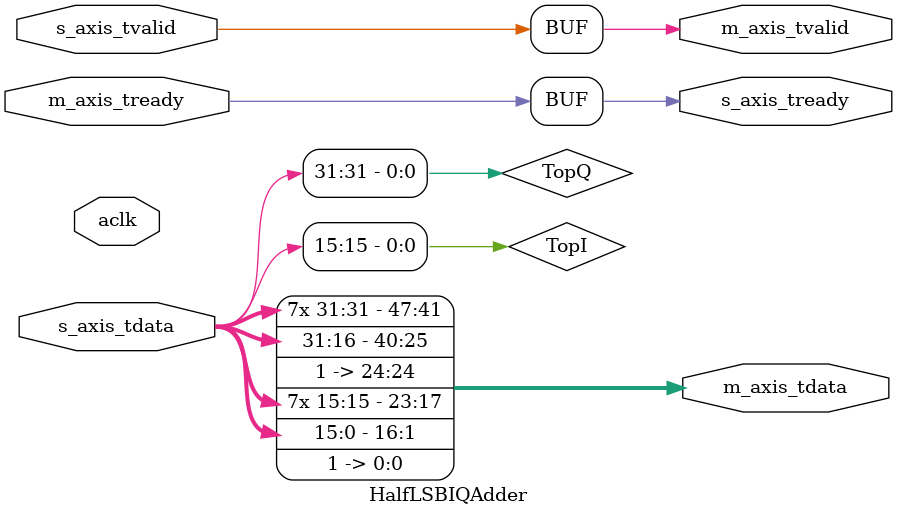
<source format=v>
`timescale 1 ns / 1 ps

module HalfLSBIQAdder
(
  // System signals
  input wire aclk,
  input  wire [31:0] s_axis_tdata,
  input  wire s_axis_tvalid,
  output wire s_axis_tready,
   
  output wire [47:0] m_axis_tdata,
  output wire m_axis_tvalid,
  input wire m_axis_tready
);

  wire TopI;
  wire TopQ;
  
  assign TopI = s_axis_tdata[15];
  assign TopQ = s_axis_tdata[31];
  
  assign s_axis_tready = m_axis_tready;
  assign m_axis_tvalid = s_axis_tvalid;
  assign m_axis_tdata[47] = TopQ;
  assign m_axis_tdata[46] = TopQ;
  assign m_axis_tdata[45] = TopQ;
  assign m_axis_tdata[44] = TopQ;
  assign m_axis_tdata[43] = TopQ;
  assign m_axis_tdata[42] = TopQ;
  assign m_axis_tdata[41] = TopQ;
  assign m_axis_tdata[40:25] = s_axis_tdata[31:16];
  assign m_axis_tdata[24] = 1;

  assign m_axis_tdata[23] = TopI;
  assign m_axis_tdata[22] = TopI;
  assign m_axis_tdata[21] = TopI;
  assign m_axis_tdata[20] = TopI;
  assign m_axis_tdata[19] = TopI;
  assign m_axis_tdata[18] = TopI;
  assign m_axis_tdata[17] = TopI;
  assign m_axis_tdata[16:1] = s_axis_tdata[15:0];
  assign m_axis_tdata[0] = 1;
  

endmodule
</source>
